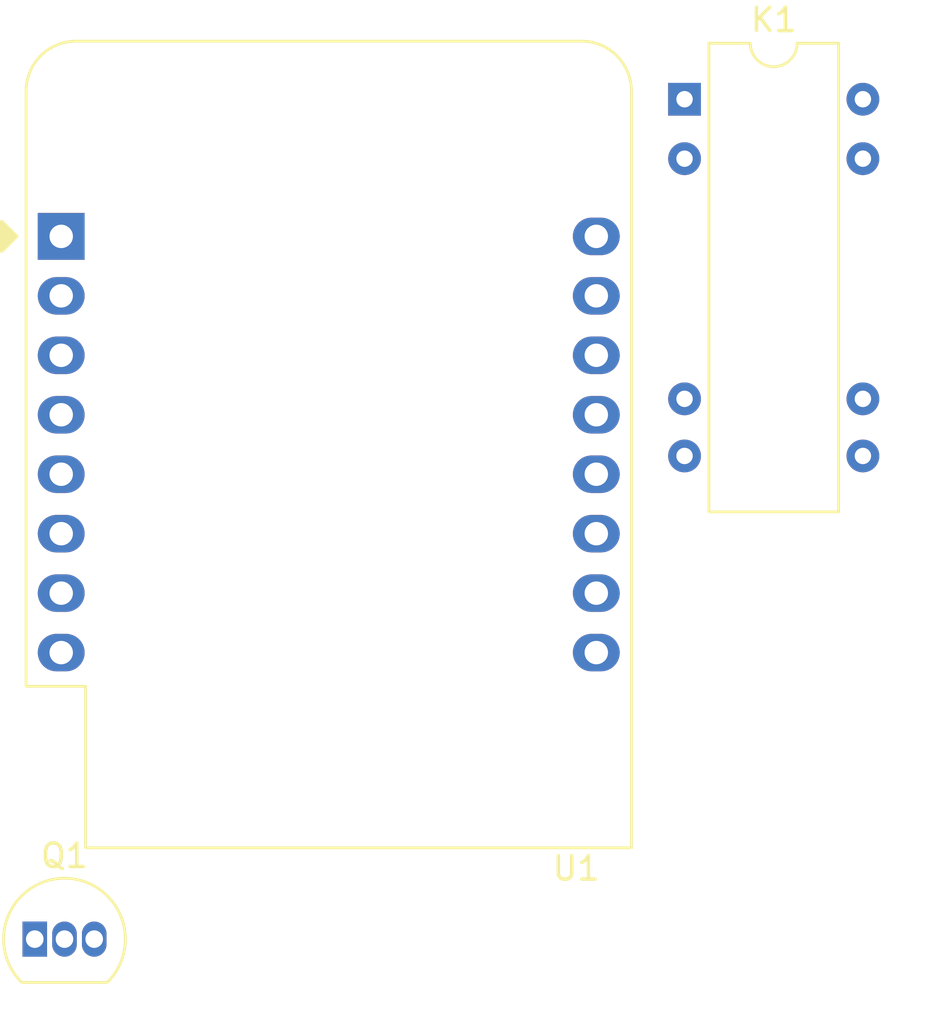
<source format=kicad_pcb>
(kicad_pcb (version 20211014) (generator pcbnew)
  (layers (0 "F.Cu" signal) (31 "B.Cu" signal) (34 "B.Paste" user) (35 "F.Paste" user) (36 "B.SilkS" user "B.Silkscreen") (37 "F.SilkS" user "F.Silkscreen") (38 "B.Mask" user) (39 "F.Mask" user) (44 "Edge.Cuts" user))
  (net 0 "")
  (net 1 "Net-(K1-Pad1)")
  (net 2 "+5V")
  (net 4 "Net-(K1-Pad7)")
  (net 5 "/GND_ESP")
  (net 6 "Net-(Q1-Pad2)")
  (net 20 "Net-(R1-Pad1)")
  (footprint "Relay_THT:Relay_StandexMeder_DIP_LowProfile" (layer "F.Cu") (at 129.54 53.34)
    (fp_text reference "K1" (at 3.81 -3.39) (layer "F.SilkS"))
    (fp_text value "DIPxx-1Axx-12xD")
    (fp_line (start 1.04 -2.39) (end 1.04 17.63) (layer "F.SilkS") (width 0.12))
    (fp_line (start 1.04 17.63) (end 6.58 17.63) (layer "F.SilkS") (width 0.12))
    (fp_line (start 6.58 17.63) (end 6.58 -2.39) (layer "F.SilkS") (width 0.12))
    (fp_line (start 2.81 -2.39) (end 1.04 -2.39) (layer "F.SilkS") (width 0.12))
    (fp_line (start 6.58 -2.39) (end 4.81 -2.39) (layer "F.SilkS") (width 0.12))
    (fp_arc (start 4.81 -2.39) (mid 3.81 -1.39) (end 2.81 -2.39) (layer "F.SilkS") (width 0.12))
    (pad "1" thru_hole rect (at 0 0) (size 1.4 1.4) (drill 0.7) (layers *.Cu *.Mask) (net 1 "Net-(K1-Pad1)"))
    (pad "2" thru_hole circle (at 0 2.54) (size 1.4 1.4) (drill 0.7) (layers *.Cu *.Mask) (net 2 "+5V"))
    (pad "6" thru_hole circle (at 0 12.8) (size 1.4 1.4) (drill 0.7) (layers *.Cu *.Mask))
    (pad "7" thru_hole circle (at 0 15.24) (size 1.4 1.4) (drill 0.7) (layers *.Cu *.Mask) (net 4 "Net-(K1-Pad7)"))
    (pad "8" thru_hole circle (at 7.62 15.24) (size 1.4 1.4) (drill 0.7) (layers *.Cu *.Mask) (net 4 "Net-(K1-Pad7)"))
    (pad "9" thru_hole circle (at 7.62 12.8) (size 1.4 1.4) (drill 0.7) (layers *.Cu *.Mask))
    (pad "13" thru_hole circle (at 7.62 2.54) (size 1.4 1.4) (drill 0.7) (layers *.Cu *.Mask) (net 2 "+5V"))
    (pad "14" thru_hole circle (at 7.62 0) (size 1.4 1.4) (drill 0.7) (layers *.Cu *.Mask) (net 1 "Net-(K1-Pad1)"))
  )
  (footprint "Module:WEMOS_D1_mini_light" (layer "F.Cu") (at 102.91 59.2)
    (fp_text reference "U1" (at 22 27) (layer "F.SilkS"))
    (fp_text value "WeMos_D1_mini")
    (fp_line (start 24.36 26.12) (end 24.36 -6.21) (layer "F.SilkS") (width 0.12))
    (fp_line (start -1.5 19.22) (end 1.04 19.22) (layer "F.SilkS") (width 0.12))
    (fp_line (start 1.04 26.12) (end 24.36 26.12) (layer "F.SilkS") (width 0.12))
    (fp_line (start 22.24 -8.34) (end 0.63 -8.34) (layer "F.SilkS") (width 0.12))
    (fp_line (start -1.5 19.22) (end -1.5 -6.21) (layer "F.SilkS") (width 0.12))
    (fp_line (start 1.04 19.22) (end 1.04 26.12) (layer "F.SilkS") (width 0.12))
    (fp_arc (start -1.5 -6.21) (mid -0.876137 -7.716137) (end 0.63 -8.34) (layer "F.SilkS") (width 0.12))
    (fp_arc (start 22.23 -8.34) (mid 23.736137 -7.716137) (end 24.36 -6.21) (layer "F.SilkS") (width 0.12))
    (fp_poly (pts (xy -2.54 -0.635) (xy -2.54 0.635) (xy -1.905 0)) (layer "F.SilkS") (width 0.15) (fill solid))
    (pad "1" thru_hole rect (at 0 0) (size 2 2) (drill 1) (layers *.Cu *.Mask))
    (pad "2" thru_hole oval (at 0 2.54) (size 2 1.6) (drill 1) (layers *.Cu *.Mask))
    (pad "3" thru_hole oval (at 0 5.08) (size 2 1.6) (drill 1) (layers *.Cu *.Mask))
    (pad "4" thru_hole oval (at 0 7.62) (size 2 1.6) (drill 1) (layers *.Cu *.Mask))
    (pad "5" thru_hole oval (at 0 10.16) (size 2 1.6) (drill 1) (layers *.Cu *.Mask))
    (pad "6" thru_hole oval (at 0 12.7) (size 2 1.6) (drill 1) (layers *.Cu *.Mask))
    (pad "7" thru_hole oval (at 0 15.24) (size 2 1.6) (drill 1) (layers *.Cu *.Mask))
    (pad "8" thru_hole oval (at 0 17.78) (size 2 1.6) (drill 1) (layers *.Cu *.Mask))
    (pad "9" thru_hole oval (at 22.86 17.78) (size 2 1.6) (drill 1) (layers *.Cu *.Mask) (net 2 "+5V"))
    (pad "10" thru_hole oval (at 22.86 15.24) (size 2 1.6) (drill 1) (layers *.Cu *.Mask))
    (pad "11" thru_hole oval (at 22.86 12.7) (size 2 1.6) (drill 1) (layers *.Cu *.Mask))
    (pad "12" thru_hole oval (at 22.86 10.16) (size 2 1.6) (drill 1) (layers *.Cu *.Mask))
    (pad "13" thru_hole oval (at 22.86 7.62) (size 2 1.6) (drill 1) (layers *.Cu *.Mask))
    (pad "14" thru_hole oval (at 22.86 5.08) (size 2 1.6) (drill 1) (layers *.Cu *.Mask) (net 20 "Net-(R1-Pad1)"))
    (pad "15" thru_hole oval (at 22.86 2.54) (size 2 1.6) (drill 1) (layers *.Cu *.Mask))
    (pad "16" thru_hole oval (at 22.86 0) (size 2 1.6) (drill 1) (layers *.Cu *.Mask))
  )
  (footprint "Package_TO_SOT_THT:TO-92_Inline" (layer "F.Cu") (at 101.78 89.22)
    (fp_text reference "Q1" (at 1.27 -3.56) (layer "F.SilkS"))
    (fp_text value "BC548")
    (fp_line (start -0.53 1.85) (end 3.07 1.85) (layer "F.SilkS") (width 0.12))
    (fp_arc (start -0.568478 1.838478) (mid -1.132087 -0.994977) (end 1.27 -2.6) (layer "F.SilkS") (width 0.12))
    (fp_arc (start 1.27 -2.6) (mid 3.672087 -0.994977) (end 3.108478 1.838478) (layer "F.SilkS") (width 0.12))
    (pad "1" thru_hole rect (at 0 0) (size 1.05 1.5) (drill 0.75) (layers *.Cu *.Mask) (net 5 "/GND_ESP"))
    (pad "2" thru_hole oval (at 1.27 0) (size 1.05 1.5) (drill 0.75) (layers *.Cu *.Mask) (net 6 "Net-(Q1-Pad2)"))
    (pad "3" thru_hole oval (at 2.54 0) (size 1.05 1.5) (drill 0.75) (layers *.Cu *.Mask))
  )
)
</source>
